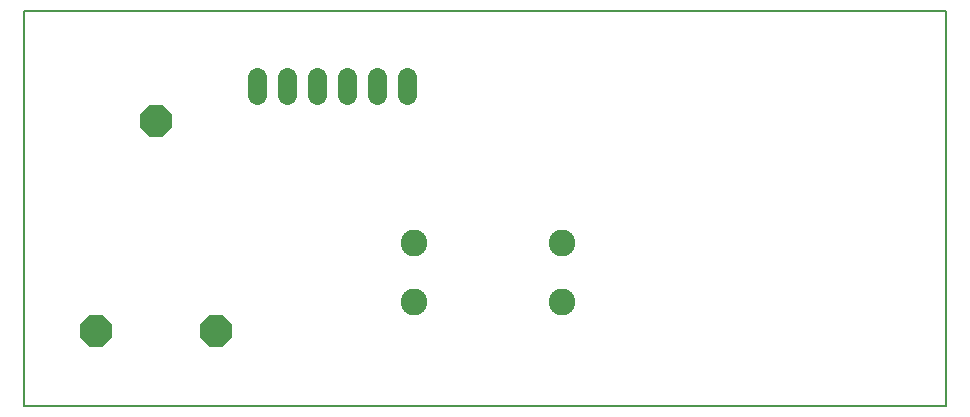
<source format=gbs>
G75*
G70*
%OFA0B0*%
%FSLAX24Y24*%
%IPPOS*%
%LPD*%
%AMOC8*
5,1,8,0,0,1.08239X$1,22.5*
%
%ADD10C,0.0080*%
%ADD11C,0.0640*%
%ADD12OC8,0.1040*%
%ADD13C,0.0890*%
D10*
X000150Y000181D02*
X000150Y013337D01*
X030885Y013337D01*
X030885Y000181D01*
X000150Y000181D01*
D11*
X007906Y010531D02*
X007906Y011131D01*
X008906Y011131D02*
X008906Y010531D01*
X009906Y010531D02*
X009906Y011131D01*
X010906Y011131D02*
X010906Y010531D01*
X011906Y010531D02*
X011906Y011131D01*
X012906Y011131D02*
X012906Y010531D01*
D12*
X004547Y009666D03*
X002547Y002666D03*
X006547Y002666D03*
D13*
X013150Y003628D03*
X013150Y005596D03*
X018072Y005596D03*
X018072Y003628D03*
M02*

</source>
